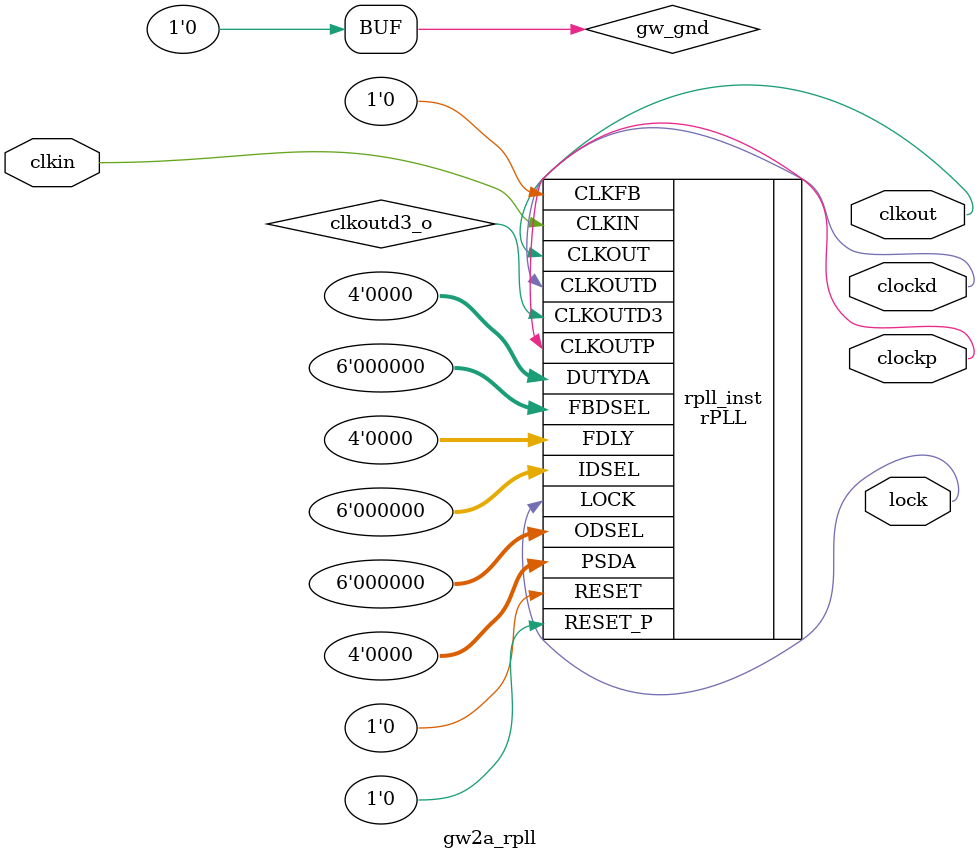
<source format=v>
`timescale 1ns / 100ps
module gw2a_rpll (
    clkout,  // 120 MHz by default
    clockd,
    clockp,
    lock,
    clkin
);

  parameter FCLKIN = "27";
  parameter DYN_IDIV_SEL = "false";
  parameter IDIV_SEL = 8;
  parameter DYN_FBDIV_SEL = "false";
  parameter FBDIV_SEL = 39;
  parameter DYN_ODIV_SEL = "false";
  parameter ODIV_SEL = 8;
  parameter PSDA_SEL = "0000";
  parameter DYN_DA_EN = "false";
  parameter DUTYDA_SEL = "1000";
  parameter CLKOUT_FT_DIR = 1'b1;
  parameter CLKOUTP_FT_DIR = 1'b1;
  parameter CLKOUT_DLY_STEP = 0;
  parameter CLKOUTP_DLY_STEP = 0;
  parameter CLKFB_SEL = "internal";
  parameter CLKOUT_BYPASS = "false";
  parameter CLKOUTP_BYPASS = "false";
  parameter CLKOUTD_BYPASS = "false";
  parameter DYN_SDIV_SEL = 2;
  parameter CLKOUTD_SRC = "CLKOUT";
  parameter CLKOUTD3_SRC = "CLKOUT";
  parameter DEVICE = "GW2A-18C";

  output clkout;
  output clockd;
  output clockp;
  output lock;
  input clkin;

  wire clkoutd3_o;
  wire gw_gnd;

  assign gw_gnd = 1'b0;

  rPLL #(
      .FCLKIN(FCLKIN),
      .DYN_IDIV_SEL(DYN_IDIV_SEL),
      .IDIV_SEL(IDIV_SEL),
      .DYN_FBDIV_SEL(DYN_FBDIV_SEL),
      .FBDIV_SEL(FBDIV_SEL),
      .DYN_ODIV_SEL(DYN_ODIV_SEL),
      .ODIV_SEL(ODIV_SEL),
      .PSDA_SEL(PSDA_SEL),
      .DYN_DA_EN(DYN_DA_EN),
      .DUTYDA_SEL(DUTYDA_SEL),
      .CLKOUT_FT_DIR(CLKOUT_FT_DIR),
      .CLKOUTP_FT_DIR(CLKOUTP_FT_DIR),
      .CLKOUT_DLY_STEP(CLKOUT_DLY_STEP),
      .CLKOUTP_DLY_STEP(CLKOUTP_DLY_STEP),
      .CLKFB_SEL(CLKFB_SEL),
      .CLKOUT_BYPASS(CLKOUT_BYPASS),
      .CLKOUTP_BYPASS(CLKOUTP_BYPASS),
      .CLKOUTD_BYPASS(CLKOUTD_BYPASS),
      .DYN_SDIV_SEL(DYN_SDIV_SEL),
      .CLKOUTD_SRC(CLKOUTD_SRC),
      .CLKOUTD3_SRC(CLKOUTD3_SRC),
      .DEVICE("GW2A-18C")
  ) rpll_inst (
      .CLKOUT(clkout),
      .LOCK(lock),
      .CLKOUTP(clockp),
      .CLKOUTD(clockd),
      .CLKOUTD3(clkoutd3_o),
      .RESET(gw_gnd),
      .RESET_P(gw_gnd),
      .CLKIN(clkin),
      .CLKFB(gw_gnd),
      .FBDSEL({gw_gnd, gw_gnd, gw_gnd, gw_gnd, gw_gnd, gw_gnd}),
      .IDSEL({gw_gnd, gw_gnd, gw_gnd, gw_gnd, gw_gnd, gw_gnd}),
      .ODSEL({gw_gnd, gw_gnd, gw_gnd, gw_gnd, gw_gnd, gw_gnd}),
      .PSDA({gw_gnd, gw_gnd, gw_gnd, gw_gnd}),
      .DUTYDA({gw_gnd, gw_gnd, gw_gnd, gw_gnd}),
      .FDLY({gw_gnd, gw_gnd, gw_gnd, gw_gnd})
  );

endmodule  // gw2a_rpll

</source>
